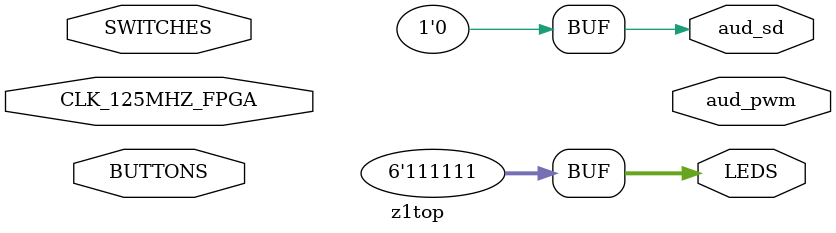
<source format=v>
`timescale 1ns/1ns

module z1top (
    input CLK_125MHZ_FPGA,
    input [3:0] BUTTONS,
    input [1:0] SWITCHES,
    output [5:0] LEDS,
    output aud_pwm,
    output aud_sd
);
    // TODO(you): Instantiate your tone generator here. Remove the following lines once you add your implementation.
    assign LEDS[5:0] = 6'b111111;
    assign aud_sd = 0;
endmodule

</source>
